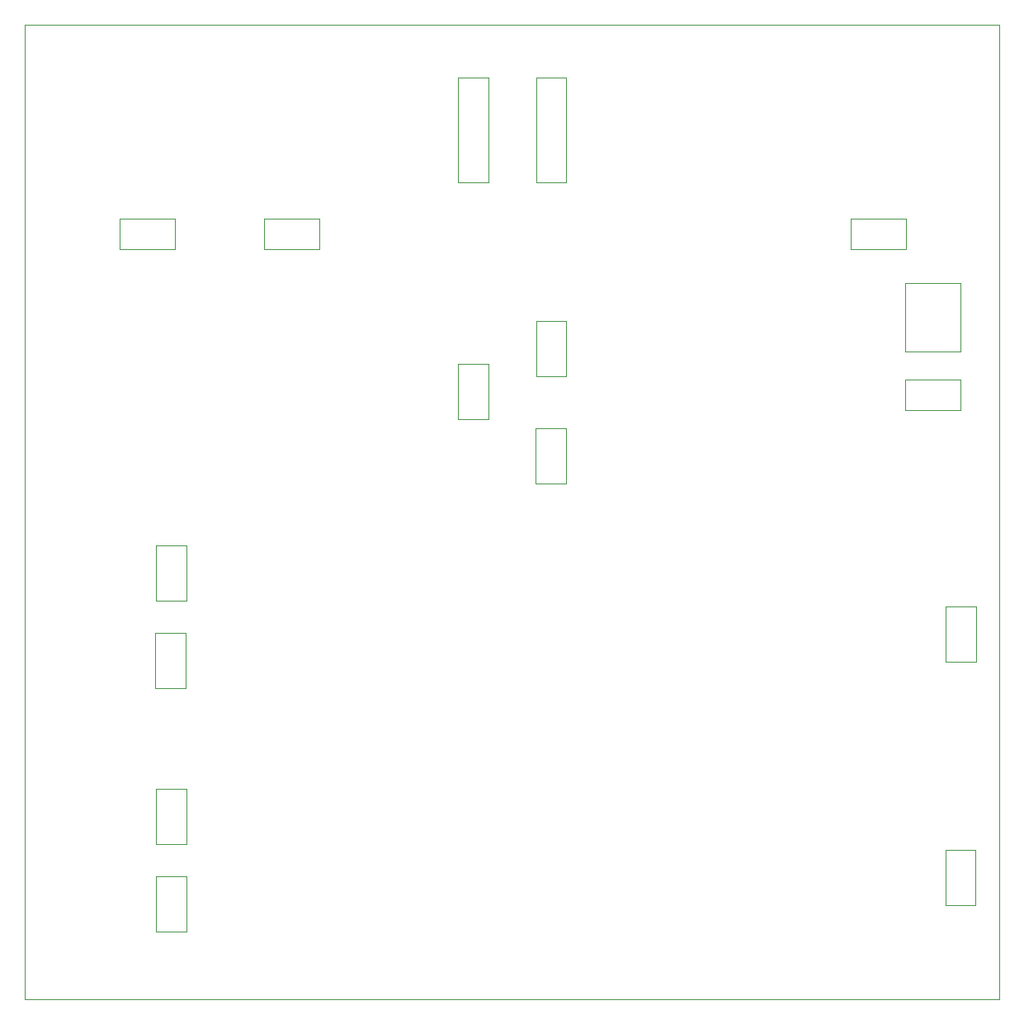
<source format=gbr>
%TF.GenerationSoftware,KiCad,Pcbnew,7.0.9*%
%TF.CreationDate,2024-04-28T21:16:16+01:00*%
%TF.ProjectId,Esp32EduModular-Panel,45737033-3245-4647-954d-6f64756c6172,rev?*%
%TF.SameCoordinates,Original*%
%TF.FileFunction,Profile,NP*%
%FSLAX46Y46*%
G04 Gerber Fmt 4.6, Leading zero omitted, Abs format (unit mm)*
G04 Created by KiCad (PCBNEW 7.0.9) date 2024-04-28 21:16:16*
%MOMM*%
%LPD*%
G01*
G04 APERTURE LIST*
%TA.AperFunction,Profile*%
%ADD10C,0.100000*%
%TD*%
G04 APERTURE END LIST*
D10*
X102462000Y-55400000D02*
X105540000Y-55400000D01*
X105540000Y-66200000D01*
X102462000Y-66200000D01*
X102462000Y-55400000D01*
X94458000Y-55400000D02*
X97536000Y-55400000D01*
X97536000Y-66200000D01*
X94458000Y-66200000D01*
X94458000Y-55400000D01*
X134717192Y-69904383D02*
X140382809Y-69904383D01*
X140382809Y-73030000D01*
X134717192Y-73030000D01*
X134717192Y-69904383D01*
X144444383Y-109697191D02*
X147570000Y-109697191D01*
X147570000Y-115362808D01*
X144444383Y-115362808D01*
X144444383Y-109697191D01*
X63394383Y-112457192D02*
X66520000Y-112457192D01*
X66520000Y-118122809D01*
X63394383Y-118122809D01*
X63394383Y-112457192D01*
X74537192Y-69924383D02*
X80202809Y-69924383D01*
X80202809Y-73050000D01*
X74537192Y-73050000D01*
X74537192Y-69924383D01*
X94434383Y-84787191D02*
X97560000Y-84787191D01*
X97560000Y-90452808D01*
X94434383Y-90452808D01*
X94434383Y-84787191D01*
X144434383Y-134687192D02*
X147560000Y-134687192D01*
X147560000Y-140352809D01*
X144434383Y-140352809D01*
X144434383Y-134687192D01*
X63464383Y-103467192D02*
X66590000Y-103467192D01*
X66590000Y-109132809D01*
X63464383Y-109132809D01*
X63464383Y-103467192D01*
X140337191Y-86430000D02*
X146002808Y-86430000D01*
X146002808Y-89555617D01*
X140337191Y-89555617D01*
X140337191Y-86430000D01*
X102434383Y-91437192D02*
X105560000Y-91437192D01*
X105560000Y-97102809D01*
X102434383Y-97102809D01*
X102434383Y-91437192D01*
X59737079Y-69937079D02*
X65402696Y-69937079D01*
X65402696Y-73062696D01*
X59737079Y-73062696D01*
X59737079Y-69937079D01*
X63434383Y-128447192D02*
X66560000Y-128447192D01*
X66560000Y-134112809D01*
X63434383Y-134112809D01*
X63434383Y-128447192D01*
X50000000Y-50000000D02*
X150000000Y-50000000D01*
X150000000Y-150000000D01*
X50000000Y-150000000D01*
X50000000Y-50000000D01*
X140367192Y-76525617D02*
X146032809Y-76525617D01*
X146032809Y-83530000D01*
X140367192Y-83530000D01*
X140367192Y-76525617D01*
X102444383Y-80417192D02*
X105570000Y-80417192D01*
X105570000Y-86082809D01*
X102444383Y-86082809D01*
X102444383Y-80417192D01*
X63424383Y-137437192D02*
X66550000Y-137437192D01*
X66550000Y-143102809D01*
X63424383Y-143102809D01*
X63424383Y-137437192D01*
M02*

</source>
